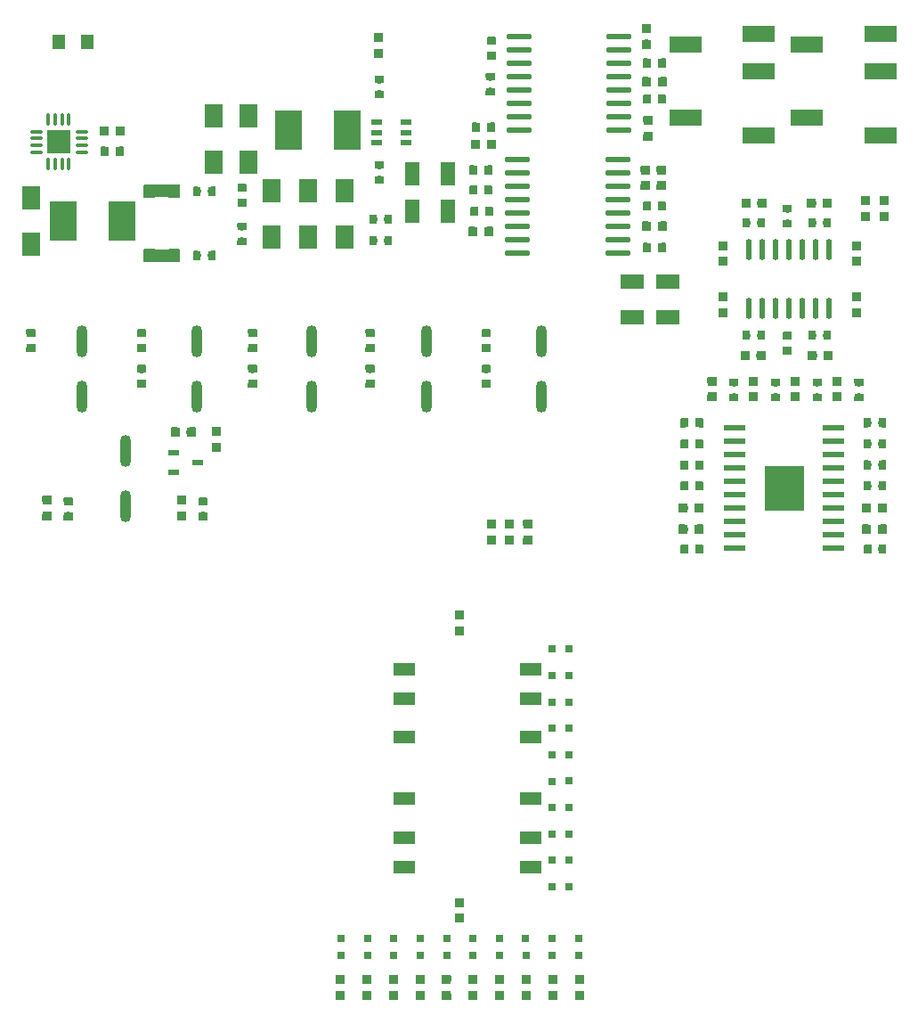
<source format=gtp>
G04*
G04 #@! TF.GenerationSoftware,Altium Limited,Altium Designer,20.2.5 (213)*
G04*
G04 Layer_Color=8421504*
%FSLAX24Y24*%
%MOIN*%
G70*
G04*
G04 #@! TF.SameCoordinates,94A92F66-6131-4E5E-9460-D235825817E1*
G04*
G04*
G04 #@! TF.FilePolarity,Positive*
G04*
G01*
G75*
%ADD19R,0.0340X0.0318*%
%ADD20R,0.0984X0.1496*%
%ADD21R,0.0669X0.0860*%
%ADD22R,0.0315X0.0354*%
%ADD23R,0.0318X0.0340*%
%ADD24R,0.0787X0.0236*%
%ADD25R,0.1500X0.1701*%
%ADD26O,0.0226X0.0802*%
%ADD27R,0.0874X0.0580*%
%ADD28O,0.0400X0.1200*%
%ADD29R,0.0354X0.0315*%
%ADD30R,0.0315X0.0315*%
%ADD31R,0.0421X0.0209*%
%ADD32O,0.0138X0.0500*%
%ADD33O,0.0500X0.0138*%
%ADD34R,0.0866X0.0866*%
%ADD35R,0.0472X0.0551*%
%ADD36R,0.1361X0.0505*%
%ADD37R,0.0394X0.0217*%
%ADD38R,0.0800X0.0500*%
%ADD39R,0.0315X0.0315*%
%ADD40R,0.1200X0.0600*%
%ADD41R,0.0580X0.0874*%
%ADD42O,0.0945X0.0226*%
G36*
X45370Y49227D02*
Y49029D01*
X45254Y48921D01*
X45146D01*
X45030Y49029D01*
Y49227D01*
X45055Y49252D01*
X45345D01*
X45370Y49227D01*
D02*
G37*
G36*
X35328Y48880D02*
Y48682D01*
X35213Y48574D01*
X35104D01*
X34988Y48682D01*
Y48880D01*
X35014Y48905D01*
X35303D01*
X35328Y48880D01*
D02*
G37*
G36*
X39570Y48749D02*
Y48633D01*
X39454Y48474D01*
X39346D01*
X39230Y48633D01*
Y48749D01*
X39255Y48774D01*
X39545D01*
X39570Y48749D01*
D02*
G37*
G36*
X45370Y48565D02*
Y48366D01*
X45345Y48341D01*
X45055D01*
X45030Y48366D01*
Y48565D01*
X45146Y48673D01*
X45254D01*
X45370Y48565D01*
D02*
G37*
G36*
X35328Y48218D02*
Y48020D01*
X35303Y47995D01*
X35014D01*
X34988Y48020D01*
Y48218D01*
X35104Y48326D01*
X35213D01*
X35328Y48218D01*
D02*
G37*
G36*
X39570Y48067D02*
Y47951D01*
X39545Y47926D01*
X39255D01*
X39230Y47951D01*
Y48067D01*
X39346Y48226D01*
X39454D01*
X39570Y48067D01*
D02*
G37*
G36*
X45918Y47945D02*
Y47655D01*
X45893Y47630D01*
X45777D01*
X45618Y47746D01*
Y47854D01*
X45777Y47970D01*
X45893D01*
X45918Y47945D01*
D02*
G37*
G36*
X45370Y47854D02*
Y47746D01*
X45211Y47630D01*
X45095D01*
X45070Y47655D01*
Y47945D01*
X45095Y47970D01*
X45211D01*
X45370Y47854D01*
D02*
G37*
G36*
X39520Y47399D02*
Y47283D01*
X39404Y47124D01*
X39296D01*
X39180Y47283D01*
Y47399D01*
X39205Y47424D01*
X39495D01*
X39520Y47399D01*
D02*
G37*
G36*
X35370Y47299D02*
Y47183D01*
X35254Y47024D01*
X35146D01*
X35030Y47183D01*
Y47299D01*
X35055Y47324D01*
X35345D01*
X35370Y47299D01*
D02*
G37*
G36*
X45955Y47245D02*
Y46955D01*
X45930Y46930D01*
X45732D01*
X45624Y47046D01*
Y47154D01*
X45732Y47270D01*
X45930D01*
X45955Y47245D01*
D02*
G37*
G36*
X45376Y47154D02*
Y47046D01*
X45268Y46930D01*
X45070D01*
X45045Y46955D01*
Y47245D01*
X45070Y47270D01*
X45268D01*
X45376Y47154D01*
D02*
G37*
G36*
X39520Y46717D02*
Y46601D01*
X39495Y46576D01*
X39205D01*
X39180Y46601D01*
Y46717D01*
X39296Y46876D01*
X39404D01*
X39520Y46717D01*
D02*
G37*
G36*
X35370Y46617D02*
Y46501D01*
X35345Y46476D01*
X35055D01*
X35030Y46501D01*
Y46617D01*
X35146Y46776D01*
X35254D01*
X35370Y46617D01*
D02*
G37*
G36*
X45924Y46595D02*
Y46305D01*
X45899Y46280D01*
X45783D01*
X45624Y46396D01*
Y46504D01*
X45783Y46620D01*
X45899D01*
X45924Y46595D01*
D02*
G37*
G36*
X45376Y46504D02*
Y46396D01*
X45217Y46280D01*
X45101D01*
X45076Y46305D01*
Y46595D01*
X45101Y46620D01*
X45217D01*
X45376Y46504D01*
D02*
G37*
G36*
X45420Y45780D02*
Y45582D01*
X45304Y45474D01*
X45196D01*
X45080Y45582D01*
Y45780D01*
X45105Y45805D01*
X45395D01*
X45420Y45780D01*
D02*
G37*
G36*
X39524Y45545D02*
Y45255D01*
X39499Y45230D01*
X39383D01*
X39224Y45346D01*
Y45454D01*
X39383Y45570D01*
X39499D01*
X39524Y45545D01*
D02*
G37*
G36*
X38976Y45454D02*
Y45346D01*
X38817Y45230D01*
X38701D01*
X38676Y45255D01*
Y45545D01*
X38701Y45570D01*
X38817D01*
X38976Y45454D01*
D02*
G37*
G36*
X25655Y45395D02*
Y45105D01*
X25630Y45080D01*
X25432D01*
X25324Y45196D01*
Y45304D01*
X25432Y45420D01*
X25630D01*
X25655Y45395D01*
D02*
G37*
G36*
X25076Y45304D02*
Y45196D01*
X24968Y45080D01*
X24770D01*
X24745Y45105D01*
Y45395D01*
X24770Y45420D01*
X24968D01*
X25076Y45304D01*
D02*
G37*
G36*
X45420Y45118D02*
Y44920D01*
X45395Y44895D01*
X45105D01*
X45080Y44920D01*
Y45118D01*
X45196Y45226D01*
X45304D01*
X45420Y45118D01*
D02*
G37*
G36*
X39555Y44895D02*
Y44605D01*
X39530Y44580D01*
X39332D01*
X39224Y44696D01*
Y44804D01*
X39332Y44920D01*
X39530D01*
X39555Y44895D01*
D02*
G37*
G36*
X38976Y44804D02*
Y44696D01*
X38868Y44580D01*
X38670D01*
X38645Y44605D01*
Y44895D01*
X38670Y44920D01*
X38868D01*
X38976Y44804D01*
D02*
G37*
G36*
X25624Y44645D02*
Y44355D01*
X25599Y44330D01*
X25483D01*
X25324Y44446D01*
Y44554D01*
X25483Y44670D01*
X25599D01*
X25624Y44645D01*
D02*
G37*
G36*
X25076Y44554D02*
Y44446D01*
X24917Y44330D01*
X24801D01*
X24776Y44355D01*
Y44645D01*
X24801Y44670D01*
X24917D01*
X25076Y44554D01*
D02*
G37*
G36*
X35368Y44099D02*
Y43983D01*
X35252Y43824D01*
X35143D01*
X35028Y43983D01*
Y44099D01*
X35053Y44124D01*
X35343D01*
X35368Y44099D01*
D02*
G37*
G36*
X39424Y43945D02*
Y43655D01*
X39399Y43630D01*
X39283D01*
X39124Y43746D01*
Y43854D01*
X39283Y43970D01*
X39399D01*
X39424Y43945D01*
D02*
G37*
G36*
X38876Y43854D02*
Y43746D01*
X38717Y43630D01*
X38601D01*
X38576Y43655D01*
Y43945D01*
X38601Y43970D01*
X38717D01*
X38876Y43854D01*
D02*
G37*
G36*
X45920Y43930D02*
Y43732D01*
X45804Y43624D01*
X45696D01*
X45580Y43732D01*
Y43930D01*
X45605Y43955D01*
X45895D01*
X45920Y43930D01*
D02*
G37*
G36*
X45320D02*
Y43732D01*
X45204Y43624D01*
X45096D01*
X44980Y43732D01*
Y43930D01*
X45005Y43955D01*
X45295D01*
X45320Y43930D01*
D02*
G37*
G36*
X35368Y43417D02*
Y43301D01*
X35343Y43276D01*
X35053D01*
X35028Y43301D01*
Y43417D01*
X35143Y43576D01*
X35252D01*
X35368Y43417D01*
D02*
G37*
G36*
X45920Y43268D02*
Y43070D01*
X45895Y43045D01*
X45605D01*
X45580Y43070D01*
Y43268D01*
X45696Y43376D01*
X45804D01*
X45920Y43268D01*
D02*
G37*
G36*
X45320D02*
Y43070D01*
X45295Y43045D01*
X45005D01*
X44980Y43070D01*
Y43268D01*
X45096Y43376D01*
X45204D01*
X45320Y43268D01*
D02*
G37*
G36*
X30222Y43249D02*
Y43133D01*
X30107Y42974D01*
X29998D01*
X29882Y43133D01*
Y43249D01*
X29907Y43274D01*
X30197D01*
X30222Y43249D01*
D02*
G37*
G36*
X39424Y43195D02*
Y42905D01*
X39399Y42880D01*
X39283D01*
X39124Y42996D01*
Y43104D01*
X39283Y43220D01*
X39399D01*
X39424Y43195D01*
D02*
G37*
G36*
X38876Y43104D02*
Y42996D01*
X38717Y42880D01*
X38601D01*
X38576Y42905D01*
Y43195D01*
X38601Y43220D01*
X38717D01*
X38876Y43104D01*
D02*
G37*
G36*
X29074Y43145D02*
Y42855D01*
X29049Y42830D01*
X28933D01*
X28774Y42946D01*
Y43054D01*
X28933Y43170D01*
X29049D01*
X29074Y43145D01*
D02*
G37*
G36*
X28526Y43054D02*
Y42946D01*
X28367Y42830D01*
X28251D01*
X28226Y42855D01*
Y43145D01*
X28251Y43170D01*
X28367D01*
X28526Y43054D01*
D02*
G37*
G36*
X27730Y43220D02*
Y42794D01*
X27691Y42755D01*
X27321D01*
X27281Y42794D01*
Y42887D01*
X27242Y42926D01*
X26858D01*
X26819Y42887D01*
Y42794D01*
X26779Y42755D01*
X26409D01*
X26370Y42794D01*
Y43220D01*
X26409Y43260D01*
X27691D01*
X27730Y43220D01*
D02*
G37*
G36*
X54270Y42780D02*
Y42582D01*
X54154Y42474D01*
X54046D01*
X53930Y42582D01*
Y42780D01*
X53955Y42805D01*
X54245D01*
X54270Y42780D01*
D02*
G37*
G36*
X53570D02*
Y42582D01*
X53454Y42474D01*
X53346D01*
X53230Y42582D01*
Y42780D01*
X53255Y42805D01*
X53545D01*
X53570Y42780D01*
D02*
G37*
G36*
X30222Y42567D02*
Y42451D01*
X30197Y42426D01*
X29907D01*
X29882Y42451D01*
Y42567D01*
X29998Y42726D01*
X30107D01*
X30222Y42567D01*
D02*
G37*
G36*
X52128Y42706D02*
Y42417D01*
X52102Y42392D01*
X51904D01*
X51796Y42507D01*
Y42616D01*
X51904Y42732D01*
X52102D01*
X52128Y42706D01*
D02*
G37*
G36*
X51548Y42616D02*
Y42507D01*
X51440Y42392D01*
X51242D01*
X51217Y42417D01*
Y42706D01*
X51242Y42732D01*
X51440D01*
X51548Y42616D01*
D02*
G37*
G36*
X49678Y42706D02*
Y42417D01*
X49652Y42392D01*
X49454D01*
X49346Y42507D01*
Y42616D01*
X49454Y42732D01*
X49652D01*
X49678Y42706D01*
D02*
G37*
G36*
X49098Y42616D02*
Y42507D01*
X48990Y42392D01*
X48792D01*
X48767Y42417D01*
Y42706D01*
X48792Y42732D01*
X48990D01*
X49098Y42616D01*
D02*
G37*
G36*
X45924Y42595D02*
Y42305D01*
X45899Y42280D01*
X45783D01*
X45624Y42396D01*
Y42504D01*
X45783Y42620D01*
X45899D01*
X45924Y42595D01*
D02*
G37*
G36*
X45376Y42504D02*
Y42396D01*
X45217Y42280D01*
X45101D01*
X45076Y42305D01*
Y42595D01*
X45101Y42620D01*
X45217D01*
X45376Y42504D01*
D02*
G37*
G36*
X50642Y42461D02*
Y42344D01*
X50527Y42186D01*
X50418D01*
X50302Y42344D01*
Y42461D01*
X50327Y42486D01*
X50617D01*
X50642Y42461D01*
D02*
G37*
G36*
X39449Y42395D02*
Y42105D01*
X39424Y42080D01*
X39307D01*
X39148Y42196D01*
Y42304D01*
X39307Y42420D01*
X39424D01*
X39449Y42395D01*
D02*
G37*
G36*
X38900Y42304D02*
Y42196D01*
X38742Y42080D01*
X38625D01*
X38600Y42105D01*
Y42395D01*
X38625Y42420D01*
X38742D01*
X38900Y42304D01*
D02*
G37*
G36*
X54270Y42118D02*
Y41920D01*
X54245Y41895D01*
X53955D01*
X53930Y41920D01*
Y42118D01*
X54046Y42226D01*
X54154D01*
X54270Y42118D01*
D02*
G37*
G36*
X53570D02*
Y41920D01*
X53545Y41895D01*
X53255D01*
X53230Y41920D01*
Y42118D01*
X53346Y42226D01*
X53454D01*
X53570Y42118D01*
D02*
G37*
G36*
X35674Y42095D02*
Y41805D01*
X35649Y41780D01*
X35533D01*
X35374Y41896D01*
Y42004D01*
X35533Y42120D01*
X35649D01*
X35674Y42095D01*
D02*
G37*
G36*
X35126Y42004D02*
Y41896D01*
X34967Y41780D01*
X34851D01*
X34826Y41805D01*
Y42095D01*
X34851Y42120D01*
X34967D01*
X35126Y42004D01*
D02*
G37*
G36*
X52106Y41965D02*
Y41676D01*
X52081Y41650D01*
X51964D01*
X51806Y41766D01*
Y41875D01*
X51964Y41991D01*
X52081D01*
X52106Y41965D01*
D02*
G37*
G36*
X51558Y41875D02*
Y41766D01*
X51399Y41650D01*
X51283D01*
X51257Y41676D01*
Y41965D01*
X51283Y41991D01*
X51399D01*
X51558Y41875D01*
D02*
G37*
G36*
X49641Y41963D02*
Y41673D01*
X49616Y41648D01*
X49499D01*
X49340Y41764D01*
Y41873D01*
X49499Y41988D01*
X49616D01*
X49641Y41963D01*
D02*
G37*
G36*
X49092Y41873D02*
Y41764D01*
X48934Y41648D01*
X48817D01*
X48792Y41673D01*
Y41963D01*
X48817Y41988D01*
X48934D01*
X49092Y41873D01*
D02*
G37*
G36*
X50642Y41779D02*
Y41662D01*
X50617Y41637D01*
X50327D01*
X50302Y41662D01*
Y41779D01*
X50418Y41938D01*
X50527D01*
X50642Y41779D01*
D02*
G37*
G36*
X45955Y41845D02*
Y41555D01*
X45930Y41530D01*
X45732D01*
X45624Y41646D01*
Y41754D01*
X45732Y41870D01*
X45930D01*
X45955Y41845D01*
D02*
G37*
G36*
X45376Y41754D02*
Y41646D01*
X45268Y41530D01*
X45070D01*
X45045Y41555D01*
Y41845D01*
X45070Y41870D01*
X45268D01*
X45376Y41754D01*
D02*
G37*
G36*
X30220Y41799D02*
Y41683D01*
X30104Y41524D01*
X29996D01*
X29880Y41683D01*
Y41799D01*
X29905Y41824D01*
X30195D01*
X30220Y41799D01*
D02*
G37*
G36*
X39455Y41645D02*
Y41355D01*
X39430Y41330D01*
X39232D01*
X39124Y41446D01*
Y41554D01*
X39232Y41670D01*
X39430D01*
X39455Y41645D01*
D02*
G37*
G36*
X38876Y41554D02*
Y41446D01*
X38768Y41330D01*
X38570D01*
X38545Y41355D01*
Y41645D01*
X38570Y41670D01*
X38768D01*
X38876Y41554D01*
D02*
G37*
G36*
X35674Y41295D02*
Y41005D01*
X35649Y40980D01*
X35533D01*
X35374Y41096D01*
Y41204D01*
X35533Y41320D01*
X35649D01*
X35674Y41295D01*
D02*
G37*
G36*
X35126Y41204D02*
Y41096D01*
X34967Y40980D01*
X34851D01*
X34826Y41005D01*
Y41295D01*
X34851Y41320D01*
X34967D01*
X35126Y41204D01*
D02*
G37*
G36*
X30220Y41117D02*
Y41001D01*
X30195Y40976D01*
X29905D01*
X29880Y41001D01*
Y41117D01*
X29996Y41276D01*
X30104D01*
X30220Y41117D01*
D02*
G37*
G36*
X53242Y41098D02*
Y40900D01*
X53127Y40792D01*
X53018D01*
X52902Y40900D01*
Y41098D01*
X52927Y41123D01*
X53217D01*
X53242Y41098D01*
D02*
G37*
G36*
X48242D02*
Y40900D01*
X48127Y40792D01*
X48018D01*
X47902Y40900D01*
Y41098D01*
X47927Y41123D01*
X48217D01*
X48242Y41098D01*
D02*
G37*
G36*
X45924Y41045D02*
Y40755D01*
X45899Y40730D01*
X45783D01*
X45624Y40846D01*
Y40954D01*
X45783Y41070D01*
X45899D01*
X45924Y41045D01*
D02*
G37*
G36*
X45376Y40954D02*
Y40846D01*
X45217Y40730D01*
X45101D01*
X45076Y40755D01*
Y41045D01*
X45101Y41070D01*
X45217D01*
X45376Y40954D01*
D02*
G37*
G36*
X27730Y40806D02*
Y40380D01*
X27691Y40340D01*
X26409D01*
X26370Y40380D01*
Y40806D01*
X26409Y40845D01*
X26779D01*
X26819Y40806D01*
Y40713D01*
X26858Y40674D01*
X27242D01*
X27281Y40713D01*
Y40806D01*
X27321Y40845D01*
X27691D01*
X27730Y40806D01*
D02*
G37*
G36*
X29074Y40745D02*
Y40455D01*
X29049Y40430D01*
X28933D01*
X28774Y40546D01*
Y40654D01*
X28933Y40770D01*
X29049D01*
X29074Y40745D01*
D02*
G37*
G36*
X28526Y40654D02*
Y40546D01*
X28367Y40430D01*
X28251D01*
X28226Y40455D01*
Y40745D01*
X28251Y40770D01*
X28367D01*
X28526Y40654D01*
D02*
G37*
G36*
X53242Y40436D02*
Y40237D01*
X53217Y40212D01*
X52927D01*
X52902Y40237D01*
Y40436D01*
X53018Y40544D01*
X53127D01*
X53242Y40436D01*
D02*
G37*
G36*
X48242D02*
Y40237D01*
X48217Y40212D01*
X47927D01*
X47902Y40237D01*
Y40436D01*
X48018Y40544D01*
X48127D01*
X48242Y40436D01*
D02*
G37*
G36*
X53242Y39186D02*
Y38988D01*
X53127Y38880D01*
X53018D01*
X52902Y38988D01*
Y39186D01*
X52927Y39211D01*
X53217D01*
X53242Y39186D01*
D02*
G37*
G36*
X48242D02*
Y38988D01*
X48127Y38880D01*
X48018D01*
X47902Y38988D01*
Y39186D01*
X47927Y39211D01*
X48217D01*
X48242Y39186D01*
D02*
G37*
G36*
X53242Y38524D02*
Y38325D01*
X53217Y38300D01*
X52927D01*
X52902Y38325D01*
Y38524D01*
X53018Y38632D01*
X53127D01*
X53242Y38524D01*
D02*
G37*
G36*
X48242D02*
Y38325D01*
X48217Y38300D01*
X47927D01*
X47902Y38325D01*
Y38524D01*
X48018Y38632D01*
X48127D01*
X48242Y38524D01*
D02*
G37*
G36*
X39370Y37822D02*
Y37705D01*
X39254Y37547D01*
X39146D01*
X39030Y37705D01*
Y37822D01*
X39055Y37847D01*
X39345D01*
X39370Y37822D01*
D02*
G37*
G36*
X35020D02*
Y37705D01*
X34904Y37547D01*
X34796D01*
X34680Y37705D01*
Y37822D01*
X34705Y37847D01*
X34995D01*
X35020Y37822D01*
D02*
G37*
G36*
X30620D02*
Y37705D01*
X30504Y37547D01*
X30396D01*
X30280Y37705D01*
Y37822D01*
X30305Y37847D01*
X30595D01*
X30620Y37822D01*
D02*
G37*
G36*
X26470D02*
Y37705D01*
X26354Y37547D01*
X26246D01*
X26130Y37705D01*
Y37822D01*
X26155Y37847D01*
X26445D01*
X26470Y37822D01*
D02*
G37*
G36*
X22320Y37816D02*
Y37699D01*
X22204Y37541D01*
X22096D01*
X21980Y37699D01*
Y37816D01*
X22005Y37841D01*
X22295D01*
X22320Y37816D01*
D02*
G37*
G36*
X49635Y37756D02*
Y37467D01*
X49609Y37442D01*
X49493D01*
X49334Y37557D01*
Y37666D01*
X49493Y37782D01*
X49609D01*
X49635Y37756D01*
D02*
G37*
G36*
X49086Y37666D02*
Y37557D01*
X48928Y37442D01*
X48811D01*
X48786Y37467D01*
Y37756D01*
X48811Y37782D01*
X48928D01*
X49086Y37666D01*
D02*
G37*
G36*
X52112Y37754D02*
Y37465D01*
X52087Y37439D01*
X51970D01*
X51812Y37555D01*
Y37664D01*
X51970Y37780D01*
X52087D01*
X52112Y37754D01*
D02*
G37*
G36*
X51564Y37664D02*
Y37555D01*
X51405Y37439D01*
X51289D01*
X51263Y37465D01*
Y37754D01*
X51289Y37780D01*
X51405D01*
X51564Y37664D01*
D02*
G37*
G36*
X50642Y37711D02*
Y37594D01*
X50527Y37436D01*
X50418D01*
X50302Y37594D01*
Y37711D01*
X50327Y37736D01*
X50617D01*
X50642Y37711D01*
D02*
G37*
G36*
X39370Y37140D02*
Y37024D01*
X39345Y36998D01*
X39055D01*
X39030Y37024D01*
Y37140D01*
X39146Y37299D01*
X39254D01*
X39370Y37140D01*
D02*
G37*
G36*
X35020D02*
Y37024D01*
X34995Y36998D01*
X34705D01*
X34680Y37024D01*
Y37140D01*
X34796Y37299D01*
X34904D01*
X35020Y37140D01*
D02*
G37*
G36*
X30620D02*
Y37024D01*
X30595Y36998D01*
X30305D01*
X30280Y37024D01*
Y37140D01*
X30396Y37299D01*
X30504D01*
X30620Y37140D01*
D02*
G37*
G36*
X26470D02*
Y37024D01*
X26445Y36998D01*
X26155D01*
X26130Y37024D01*
Y37140D01*
X26246Y37299D01*
X26354D01*
X26470Y37140D01*
D02*
G37*
G36*
X22320Y37134D02*
Y37018D01*
X22295Y36992D01*
X22005D01*
X21980Y37018D01*
Y37134D01*
X22096Y37293D01*
X22204D01*
X22320Y37134D01*
D02*
G37*
G36*
X50642Y37029D02*
Y36912D01*
X50617Y36887D01*
X50327D01*
X50302Y36912D01*
Y37029D01*
X50418Y37188D01*
X50527D01*
X50642Y37029D01*
D02*
G37*
G36*
X52165Y37006D02*
Y36717D01*
X52140Y36692D01*
X51942D01*
X51834Y36807D01*
Y36916D01*
X51942Y37032D01*
X52140D01*
X52165Y37006D01*
D02*
G37*
G36*
X51586Y36916D02*
Y36807D01*
X51478Y36692D01*
X51280D01*
X51254Y36717D01*
Y37006D01*
X51280Y37032D01*
X51478D01*
X51586Y36916D01*
D02*
G37*
G36*
X49644Y37006D02*
Y36717D01*
X49618Y36692D01*
X49420D01*
X49312Y36807D01*
Y36916D01*
X49420Y37032D01*
X49618D01*
X49644Y37006D01*
D02*
G37*
G36*
X49064Y36916D02*
Y36807D01*
X48956Y36692D01*
X48758D01*
X48733Y36717D01*
Y37006D01*
X48758Y37032D01*
X48956D01*
X49064Y36916D01*
D02*
G37*
G36*
X39368Y36476D02*
Y36360D01*
X39252Y36201D01*
X39143D01*
X39028Y36360D01*
Y36476D01*
X39053Y36502D01*
X39343D01*
X39368Y36476D01*
D02*
G37*
G36*
X35018D02*
Y36360D01*
X34902Y36201D01*
X34793D01*
X34678Y36360D01*
Y36476D01*
X34703Y36502D01*
X34993D01*
X35018Y36476D01*
D02*
G37*
G36*
X30618D02*
Y36360D01*
X30502Y36201D01*
X30393D01*
X30278Y36360D01*
Y36476D01*
X30303Y36502D01*
X30593D01*
X30618Y36476D01*
D02*
G37*
G36*
X26468D02*
Y36360D01*
X26352Y36201D01*
X26243D01*
X26128Y36360D01*
Y36476D01*
X26153Y36502D01*
X26443D01*
X26468Y36476D01*
D02*
G37*
G36*
X52501Y36034D02*
Y35836D01*
X52385Y35728D01*
X52276D01*
X52160Y35836D01*
Y36034D01*
X52186Y36059D01*
X52475D01*
X52501Y36034D01*
D02*
G37*
G36*
X50940D02*
Y35836D01*
X50825Y35728D01*
X50716D01*
X50600Y35836D01*
Y36034D01*
X50625Y36059D01*
X50915D01*
X50940Y36034D01*
D02*
G37*
G36*
X49380D02*
Y35836D01*
X49265Y35728D01*
X49156D01*
X49040Y35836D01*
Y36034D01*
X49065Y36059D01*
X49355D01*
X49380Y36034D01*
D02*
G37*
G36*
X47820D02*
Y35836D01*
X47704Y35728D01*
X47596D01*
X47480Y35836D01*
Y36034D01*
X47505Y36059D01*
X47795D01*
X47820Y36034D01*
D02*
G37*
G36*
X53320Y35975D02*
Y35858D01*
X53204Y35700D01*
X53096D01*
X52980Y35858D01*
Y35975D01*
X53005Y36000D01*
X53295D01*
X53320Y35975D01*
D02*
G37*
G36*
X51760D02*
Y35858D01*
X51644Y35700D01*
X51535D01*
X51420Y35858D01*
Y35975D01*
X51445Y36000D01*
X51735D01*
X51760Y35975D01*
D02*
G37*
G36*
X50200D02*
Y35858D01*
X50084Y35700D01*
X49975D01*
X49860Y35858D01*
Y35975D01*
X49885Y36000D01*
X50175D01*
X50200Y35975D01*
D02*
G37*
G36*
X48640D02*
Y35858D01*
X48524Y35700D01*
X48415D01*
X48299Y35858D01*
Y35975D01*
X48325Y36000D01*
X48614D01*
X48640Y35975D01*
D02*
G37*
G36*
X39368Y35795D02*
Y35678D01*
X39343Y35653D01*
X39053D01*
X39028Y35678D01*
Y35795D01*
X39143Y35953D01*
X39252D01*
X39368Y35795D01*
D02*
G37*
G36*
X35018D02*
Y35678D01*
X34993Y35653D01*
X34703D01*
X34678Y35678D01*
Y35795D01*
X34793Y35953D01*
X34902D01*
X35018Y35795D01*
D02*
G37*
G36*
X30618D02*
Y35678D01*
X30593Y35653D01*
X30303D01*
X30278Y35678D01*
Y35795D01*
X30393Y35953D01*
X30502D01*
X30618Y35795D01*
D02*
G37*
G36*
X26468D02*
Y35678D01*
X26443Y35653D01*
X26153D01*
X26128Y35678D01*
Y35795D01*
X26243Y35953D01*
X26352D01*
X26468Y35795D01*
D02*
G37*
G36*
X53320Y35293D02*
Y35176D01*
X53295Y35151D01*
X53005D01*
X52980Y35176D01*
Y35293D01*
X53096Y35452D01*
X53204D01*
X53320Y35293D01*
D02*
G37*
G36*
X51760D02*
Y35176D01*
X51735Y35151D01*
X51445D01*
X51420Y35176D01*
Y35293D01*
X51535Y35452D01*
X51644D01*
X51760Y35293D01*
D02*
G37*
G36*
X50200D02*
Y35176D01*
X50175Y35151D01*
X49885D01*
X49860Y35176D01*
Y35293D01*
X49975Y35452D01*
X50084D01*
X50200Y35293D01*
D02*
G37*
G36*
X48640D02*
Y35176D01*
X48614Y35151D01*
X48325D01*
X48299Y35176D01*
Y35293D01*
X48415Y35452D01*
X48524D01*
X48640Y35293D01*
D02*
G37*
G36*
X52501Y35372D02*
Y35173D01*
X52475Y35148D01*
X52186D01*
X52160Y35173D01*
Y35372D01*
X52276Y35480D01*
X52385D01*
X52501Y35372D01*
D02*
G37*
G36*
X50940D02*
Y35173D01*
X50915Y35148D01*
X50625D01*
X50600Y35173D01*
Y35372D01*
X50716Y35480D01*
X50825D01*
X50940Y35372D01*
D02*
G37*
G36*
X49380D02*
Y35173D01*
X49355Y35148D01*
X49065D01*
X49040Y35173D01*
Y35372D01*
X49156Y35480D01*
X49265D01*
X49380Y35372D01*
D02*
G37*
G36*
X47820D02*
Y35173D01*
X47795Y35148D01*
X47505D01*
X47480Y35173D01*
Y35372D01*
X47596Y35480D01*
X47704D01*
X47820Y35372D01*
D02*
G37*
G36*
X54174Y34482D02*
Y34192D01*
X54149Y34167D01*
X54033D01*
X53874Y34283D01*
Y34391D01*
X54033Y34507D01*
X54149D01*
X54174Y34482D01*
D02*
G37*
G36*
X53626Y34391D02*
Y34283D01*
X53467Y34167D01*
X53351D01*
X53326Y34192D01*
Y34482D01*
X53351Y34507D01*
X53467D01*
X53626Y34391D01*
D02*
G37*
G36*
X47324Y34480D02*
Y34190D01*
X47299Y34165D01*
X47183D01*
X47024Y34280D01*
Y34389D01*
X47183Y34505D01*
X47299D01*
X47324Y34480D01*
D02*
G37*
G36*
X46776Y34389D02*
Y34280D01*
X46617Y34165D01*
X46501D01*
X46476Y34190D01*
Y34480D01*
X46501Y34505D01*
X46617D01*
X46776Y34389D01*
D02*
G37*
G36*
X29270Y34145D02*
Y33947D01*
X29154Y33839D01*
X29046D01*
X28930Y33947D01*
Y34145D01*
X28955Y34170D01*
X29245D01*
X29270Y34145D01*
D02*
G37*
G36*
X28309D02*
Y33855D01*
X28284Y33830D01*
X28085D01*
X27977Y33946D01*
Y34054D01*
X28085Y34170D01*
X28284D01*
X28309Y34145D01*
D02*
G37*
G36*
X27729Y34054D02*
Y33946D01*
X27621Y33830D01*
X27423D01*
X27398Y33855D01*
Y34145D01*
X27423Y34170D01*
X27621D01*
X27729Y34054D01*
D02*
G37*
G36*
X54174Y33696D02*
Y33406D01*
X54149Y33381D01*
X54033D01*
X53874Y33497D01*
Y33606D01*
X54033Y33721D01*
X54149D01*
X54174Y33696D01*
D02*
G37*
G36*
X53626Y33606D02*
Y33497D01*
X53467Y33381D01*
X53351D01*
X53326Y33406D01*
Y33696D01*
X53351Y33721D01*
X53467D01*
X53626Y33606D01*
D02*
G37*
G36*
X47324Y33694D02*
Y33404D01*
X47299Y33379D01*
X47183D01*
X47024Y33495D01*
Y33604D01*
X47183Y33719D01*
X47299D01*
X47324Y33694D01*
D02*
G37*
G36*
X46776Y33604D02*
Y33495D01*
X46617Y33379D01*
X46501D01*
X46476Y33404D01*
Y33694D01*
X46501Y33719D01*
X46617D01*
X46776Y33604D01*
D02*
G37*
G36*
X29270Y33483D02*
Y33285D01*
X29245Y33259D01*
X28955D01*
X28930Y33285D01*
Y33483D01*
X29046Y33591D01*
X29154D01*
X29270Y33483D01*
D02*
G37*
G36*
X54174Y32910D02*
Y32621D01*
X54149Y32595D01*
X54033D01*
X53874Y32711D01*
Y32820D01*
X54033Y32936D01*
X54149D01*
X54174Y32910D01*
D02*
G37*
G36*
X53626Y32820D02*
Y32711D01*
X53467Y32595D01*
X53351D01*
X53326Y32621D01*
Y32910D01*
X53351Y32936D01*
X53467D01*
X53626Y32820D01*
D02*
G37*
G36*
X47324Y32908D02*
Y32618D01*
X47299Y32593D01*
X47183D01*
X47024Y32709D01*
Y32818D01*
X47183Y32933D01*
X47299D01*
X47324Y32908D01*
D02*
G37*
G36*
X46776Y32818D02*
Y32709D01*
X46617Y32593D01*
X46501D01*
X46476Y32618D01*
Y32908D01*
X46501Y32933D01*
X46617D01*
X46776Y32818D01*
D02*
G37*
G36*
X54174Y32125D02*
Y31835D01*
X54149Y31810D01*
X54033D01*
X53874Y31925D01*
Y32034D01*
X54033Y32150D01*
X54149D01*
X54174Y32125D01*
D02*
G37*
G36*
X53626Y32034D02*
Y31925D01*
X53467Y31810D01*
X53351D01*
X53326Y31835D01*
Y32125D01*
X53351Y32150D01*
X53467D01*
X53626Y32034D01*
D02*
G37*
G36*
X47324Y32123D02*
Y31833D01*
X47299Y31808D01*
X47183D01*
X47024Y31923D01*
Y32032D01*
X47183Y32148D01*
X47299D01*
X47324Y32123D01*
D02*
G37*
G36*
X46776Y32032D02*
Y31923D01*
X46617Y31808D01*
X46501D01*
X46476Y31833D01*
Y32123D01*
X46501Y32148D01*
X46617D01*
X46776Y32032D01*
D02*
G37*
G36*
X27970Y31584D02*
Y31386D01*
X27854Y31278D01*
X27746D01*
X27630Y31386D01*
Y31584D01*
X27655Y31609D01*
X27945D01*
X27970Y31584D01*
D02*
G37*
G36*
X22920D02*
Y31386D01*
X22804Y31278D01*
X22696D01*
X22580Y31386D01*
Y31584D01*
X22605Y31609D01*
X22895D01*
X22920Y31584D01*
D02*
G37*
G36*
X28770Y31525D02*
Y31408D01*
X28654Y31250D01*
X28546D01*
X28430Y31408D01*
Y31525D01*
X28455Y31550D01*
X28745D01*
X28770Y31525D01*
D02*
G37*
G36*
X23720D02*
Y31408D01*
X23604Y31250D01*
X23496D01*
X23380Y31408D01*
Y31525D01*
X23405Y31550D01*
X23695D01*
X23720Y31525D01*
D02*
G37*
G36*
X54183Y31297D02*
Y31008D01*
X54158Y30982D01*
X53960D01*
X53852Y31098D01*
Y31207D01*
X53960Y31323D01*
X54158D01*
X54183Y31297D01*
D02*
G37*
G36*
X53604Y31207D02*
Y31098D01*
X53496Y30982D01*
X53298D01*
X53273Y31008D01*
Y31297D01*
X53298Y31323D01*
X53496D01*
X53604Y31207D01*
D02*
G37*
G36*
X47327Y31297D02*
Y31008D01*
X47302Y30982D01*
X47104D01*
X46996Y31098D01*
Y31207D01*
X47104Y31323D01*
X47302D01*
X47327Y31297D01*
D02*
G37*
G36*
X46748Y31207D02*
Y31098D01*
X46640Y30982D01*
X46442D01*
X46417Y31008D01*
Y31297D01*
X46442Y31323D01*
X46640D01*
X46748Y31207D01*
D02*
G37*
G36*
X28770Y30843D02*
Y30726D01*
X28745Y30701D01*
X28455D01*
X28430Y30726D01*
Y30843D01*
X28546Y31002D01*
X28654D01*
X28770Y30843D01*
D02*
G37*
G36*
X23720D02*
Y30726D01*
X23695Y30701D01*
X23405D01*
X23380Y30726D01*
Y30843D01*
X23496Y31002D01*
X23604D01*
X23720Y30843D01*
D02*
G37*
G36*
X27970Y30922D02*
Y30723D01*
X27945Y30698D01*
X27655D01*
X27630Y30723D01*
Y30922D01*
X27746Y31030D01*
X27854D01*
X27970Y30922D01*
D02*
G37*
G36*
X22920D02*
Y30723D01*
X22895Y30698D01*
X22605D01*
X22580Y30723D01*
Y30922D01*
X22696Y31030D01*
X22804D01*
X22920Y30922D01*
D02*
G37*
G36*
X40920Y30680D02*
Y30482D01*
X40804Y30374D01*
X40696D01*
X40580Y30482D01*
Y30680D01*
X40605Y30705D01*
X40895D01*
X40920Y30680D01*
D02*
G37*
G36*
X40245D02*
Y30482D01*
X40129Y30374D01*
X40021D01*
X39905Y30482D01*
Y30680D01*
X39930Y30705D01*
X40220D01*
X40245Y30680D01*
D02*
G37*
G36*
X39570D02*
Y30482D01*
X39454Y30374D01*
X39346D01*
X39230Y30482D01*
Y30680D01*
X39255Y30705D01*
X39545D01*
X39570Y30680D01*
D02*
G37*
G36*
X54183Y30512D02*
Y30222D01*
X54158Y30197D01*
X53960D01*
X53852Y30312D01*
Y30421D01*
X53960Y30537D01*
X54158D01*
X54183Y30512D01*
D02*
G37*
G36*
X53604Y30421D02*
Y30312D01*
X53496Y30197D01*
X53298D01*
X53273Y30222D01*
Y30512D01*
X53298Y30537D01*
X53496D01*
X53604Y30421D01*
D02*
G37*
G36*
X47327Y30512D02*
Y30222D01*
X47302Y30197D01*
X47104D01*
X46996Y30312D01*
Y30421D01*
X47104Y30537D01*
X47302D01*
X47327Y30512D01*
D02*
G37*
G36*
X46748Y30421D02*
Y30312D01*
X46640Y30197D01*
X46442D01*
X46417Y30222D01*
Y30512D01*
X46442Y30537D01*
X46640D01*
X46748Y30421D01*
D02*
G37*
G36*
X40920Y30018D02*
Y29820D01*
X40895Y29795D01*
X40605D01*
X40580Y29820D01*
Y30018D01*
X40696Y30126D01*
X40804D01*
X40920Y30018D01*
D02*
G37*
G36*
X40245D02*
Y29820D01*
X40220Y29795D01*
X39930D01*
X39905Y29820D01*
Y30018D01*
X40021Y30126D01*
X40129D01*
X40245Y30018D01*
D02*
G37*
G36*
X39570D02*
Y29820D01*
X39545Y29795D01*
X39255D01*
X39230Y29820D01*
Y30018D01*
X39346Y30126D01*
X39454D01*
X39570Y30018D01*
D02*
G37*
G36*
X54180Y29765D02*
Y29476D01*
X54155Y29450D01*
X54039D01*
X53880Y29566D01*
Y29675D01*
X54039Y29791D01*
X54155D01*
X54180Y29765D01*
D02*
G37*
G36*
X53632Y29675D02*
Y29566D01*
X53473Y29450D01*
X53357D01*
X53332Y29476D01*
Y29765D01*
X53357Y29791D01*
X53473D01*
X53632Y29675D01*
D02*
G37*
G36*
X47324Y29765D02*
Y29476D01*
X47299Y29450D01*
X47183D01*
X47024Y29566D01*
Y29675D01*
X47183Y29791D01*
X47299D01*
X47324Y29765D01*
D02*
G37*
G36*
X46776Y29675D02*
Y29566D01*
X46617Y29450D01*
X46501D01*
X46476Y29476D01*
Y29765D01*
X46501Y29791D01*
X46617D01*
X46776Y29675D01*
D02*
G37*
G36*
X38370Y27280D02*
Y27082D01*
X38254Y26974D01*
X38146D01*
X38030Y27082D01*
Y27280D01*
X38055Y27305D01*
X38345D01*
X38370Y27280D01*
D02*
G37*
G36*
Y26618D02*
Y26420D01*
X38345Y26395D01*
X38055D01*
X38030Y26420D01*
Y26618D01*
X38146Y26726D01*
X38254D01*
X38370Y26618D01*
D02*
G37*
G36*
Y16530D02*
Y16332D01*
X38254Y16224D01*
X38146D01*
X38030Y16332D01*
Y16530D01*
X38055Y16555D01*
X38345D01*
X38370Y16530D01*
D02*
G37*
G36*
Y15868D02*
Y15670D01*
X38345Y15645D01*
X38055D01*
X38030Y15670D01*
Y15868D01*
X38146Y15976D01*
X38254D01*
X38370Y15868D01*
D02*
G37*
G36*
X42860Y13650D02*
Y13452D01*
X42744Y13344D01*
X42635D01*
X42520Y13452D01*
Y13650D01*
X42545Y13675D01*
X42835D01*
X42860Y13650D01*
D02*
G37*
G36*
X41864D02*
Y13452D01*
X41749Y13344D01*
X41640D01*
X41524Y13452D01*
Y13650D01*
X41550Y13675D01*
X41839D01*
X41864Y13650D01*
D02*
G37*
G36*
X40869D02*
Y13452D01*
X40753Y13344D01*
X40644D01*
X40529Y13452D01*
Y13650D01*
X40554Y13675D01*
X40844D01*
X40869Y13650D01*
D02*
G37*
G36*
X39873D02*
Y13452D01*
X39758Y13344D01*
X39649D01*
X39533Y13452D01*
Y13650D01*
X39558Y13675D01*
X39848D01*
X39873Y13650D01*
D02*
G37*
G36*
X38878D02*
Y13452D01*
X38762Y13344D01*
X38653D01*
X38538Y13452D01*
Y13650D01*
X38563Y13675D01*
X38853D01*
X38878Y13650D01*
D02*
G37*
G36*
X37882D02*
Y13452D01*
X37767Y13344D01*
X37658D01*
X37542Y13452D01*
Y13650D01*
X37567Y13675D01*
X37857D01*
X37882Y13650D01*
D02*
G37*
G36*
X36887D02*
Y13452D01*
X36771Y13344D01*
X36662D01*
X36547Y13452D01*
Y13650D01*
X36572Y13675D01*
X36862D01*
X36887Y13650D01*
D02*
G37*
G36*
X35891D02*
Y13452D01*
X35776Y13344D01*
X35667D01*
X35551Y13452D01*
Y13650D01*
X35576Y13675D01*
X35866D01*
X35891Y13650D01*
D02*
G37*
G36*
X34896D02*
Y13452D01*
X34780Y13344D01*
X34671D01*
X34556Y13452D01*
Y13650D01*
X34581Y13675D01*
X34871D01*
X34896Y13650D01*
D02*
G37*
G36*
X33900D02*
Y13452D01*
X33785Y13344D01*
X33676D01*
X33560Y13452D01*
Y13650D01*
X33585Y13675D01*
X33875D01*
X33900Y13650D01*
D02*
G37*
G36*
X42860Y12988D02*
Y12790D01*
X42835Y12765D01*
X42545D01*
X42520Y12790D01*
Y12988D01*
X42635Y13096D01*
X42744D01*
X42860Y12988D01*
D02*
G37*
G36*
X41864D02*
Y12790D01*
X41839Y12765D01*
X41550D01*
X41524Y12790D01*
Y12988D01*
X41640Y13096D01*
X41749D01*
X41864Y12988D01*
D02*
G37*
G36*
X40869D02*
Y12790D01*
X40844Y12765D01*
X40554D01*
X40529Y12790D01*
Y12988D01*
X40644Y13096D01*
X40753D01*
X40869Y12988D01*
D02*
G37*
G36*
X39873D02*
Y12790D01*
X39848Y12765D01*
X39558D01*
X39533Y12790D01*
Y12988D01*
X39649Y13096D01*
X39758D01*
X39873Y12988D01*
D02*
G37*
G36*
X38878D02*
Y12790D01*
X38853Y12765D01*
X38563D01*
X38538Y12790D01*
Y12988D01*
X38653Y13096D01*
X38762D01*
X38878Y12988D01*
D02*
G37*
G36*
X37882D02*
Y12790D01*
X37857Y12765D01*
X37567D01*
X37542Y12790D01*
Y12988D01*
X37658Y13096D01*
X37767D01*
X37882Y12988D01*
D02*
G37*
G36*
X36887D02*
Y12790D01*
X36862Y12765D01*
X36572D01*
X36547Y12790D01*
Y12988D01*
X36662Y13096D01*
X36771D01*
X36887Y12988D01*
D02*
G37*
G36*
X35891D02*
Y12790D01*
X35866Y12765D01*
X35576D01*
X35551Y12790D01*
Y12988D01*
X35667Y13096D01*
X35776D01*
X35891Y12988D01*
D02*
G37*
G36*
X34896D02*
Y12790D01*
X34871Y12765D01*
X34581D01*
X34556Y12790D01*
Y12988D01*
X34671Y13096D01*
X34780D01*
X34896Y12988D01*
D02*
G37*
G36*
X33900D02*
Y12790D01*
X33875Y12765D01*
X33585D01*
X33560Y12790D01*
Y12988D01*
X33676Y13096D01*
X33785D01*
X33900Y12988D01*
D02*
G37*
D19*
X38200Y15803D02*
D03*
Y16397D02*
D03*
Y26553D02*
D03*
Y27147D02*
D03*
X40075Y29953D02*
D03*
Y30547D02*
D03*
X39400Y29953D02*
D03*
Y30547D02*
D03*
X42690Y12923D02*
D03*
Y13517D02*
D03*
X39703Y12923D02*
D03*
Y13517D02*
D03*
X38708Y12923D02*
D03*
Y13517D02*
D03*
X41694Y12923D02*
D03*
Y13517D02*
D03*
X40699Y12923D02*
D03*
Y13517D02*
D03*
X34726Y12923D02*
D03*
Y13517D02*
D03*
X33730Y12923D02*
D03*
Y13517D02*
D03*
X35721Y12923D02*
D03*
Y13517D02*
D03*
X37712Y12923D02*
D03*
Y13517D02*
D03*
X36717Y12923D02*
D03*
Y13517D02*
D03*
X29100Y34011D02*
D03*
Y33418D02*
D03*
X27800Y30857D02*
D03*
Y31450D02*
D03*
X22750Y30857D02*
D03*
Y31450D02*
D03*
X40750Y29953D02*
D03*
Y30547D02*
D03*
X35158Y48153D02*
D03*
Y48747D02*
D03*
X48072Y40371D02*
D03*
Y40964D02*
D03*
Y38459D02*
D03*
Y39052D02*
D03*
X53072Y40964D02*
D03*
Y40371D02*
D03*
Y39052D02*
D03*
Y38459D02*
D03*
X45150Y43203D02*
D03*
Y43797D02*
D03*
X45750Y43203D02*
D03*
Y43797D02*
D03*
X54100Y42647D02*
D03*
Y42053D02*
D03*
X53400D02*
D03*
Y42647D02*
D03*
X52330Y35307D02*
D03*
Y35900D02*
D03*
X50770Y35307D02*
D03*
Y35900D02*
D03*
X47650Y35307D02*
D03*
Y35900D02*
D03*
X49210Y35307D02*
D03*
Y35900D02*
D03*
X45250Y45053D02*
D03*
Y45647D02*
D03*
X45200Y48500D02*
D03*
Y49093D02*
D03*
D20*
X25552Y41900D02*
D03*
X23348D02*
D03*
X31798Y45300D02*
D03*
X34002D02*
D03*
D21*
X29000Y44084D02*
D03*
Y45816D02*
D03*
X30300Y44084D02*
D03*
Y45816D02*
D03*
X22150Y41034D02*
D03*
Y42766D02*
D03*
X31150Y43016D02*
D03*
Y41284D02*
D03*
X33900D02*
D03*
Y43016D02*
D03*
X32521D02*
D03*
Y41284D02*
D03*
D22*
X54032Y29620D02*
D03*
X53481D02*
D03*
X53474Y31980D02*
D03*
X54026D02*
D03*
X53474Y32766D02*
D03*
X54026D02*
D03*
X53474Y33551D02*
D03*
X54026D02*
D03*
X53474Y34337D02*
D03*
X54026D02*
D03*
X24924Y44500D02*
D03*
X25476D02*
D03*
X28374Y40600D02*
D03*
X28926D02*
D03*
X28374Y43000D02*
D03*
X28926D02*
D03*
X34974Y41950D02*
D03*
X35526D02*
D03*
X34974Y41150D02*
D03*
X35526D02*
D03*
X48941Y41818D02*
D03*
X49492D02*
D03*
X49486Y37612D02*
D03*
X48935D02*
D03*
X51957Y41820D02*
D03*
X51406D02*
D03*
X51412Y37609D02*
D03*
X51963D02*
D03*
X39300Y42250D02*
D03*
X38749D02*
D03*
X45224Y40900D02*
D03*
X45776D02*
D03*
X46624Y32763D02*
D03*
X47176D02*
D03*
X46624Y31978D02*
D03*
X47176D02*
D03*
X46624Y33549D02*
D03*
X47176D02*
D03*
X46624Y34335D02*
D03*
X47176D02*
D03*
X39276Y43050D02*
D03*
X38724D02*
D03*
X45776Y42450D02*
D03*
X45224D02*
D03*
X38724Y43800D02*
D03*
X39276D02*
D03*
X46624Y29620D02*
D03*
X47176D02*
D03*
X39376Y45400D02*
D03*
X38824D02*
D03*
X45224Y46450D02*
D03*
X45776D02*
D03*
X45769Y47800D02*
D03*
X45218D02*
D03*
D23*
X54025Y31152D02*
D03*
X53432D02*
D03*
X54025Y30367D02*
D03*
X53432D02*
D03*
X48926Y42562D02*
D03*
X49519D02*
D03*
X51969D02*
D03*
X51376D02*
D03*
X27557Y34000D02*
D03*
X28150D02*
D03*
X25497Y45250D02*
D03*
X24903D02*
D03*
X48892Y36862D02*
D03*
X49485D02*
D03*
X52006D02*
D03*
X51413D02*
D03*
X45797Y41700D02*
D03*
X45203D02*
D03*
X39297Y41500D02*
D03*
X38703D02*
D03*
X47169Y31152D02*
D03*
X46575D02*
D03*
X47169Y30367D02*
D03*
X46575D02*
D03*
X39397Y44750D02*
D03*
X38803D02*
D03*
X45797Y47100D02*
D03*
X45203D02*
D03*
D24*
X48500Y34150D02*
D03*
Y33650D02*
D03*
Y33150D02*
D03*
Y32650D02*
D03*
Y32150D02*
D03*
Y31650D02*
D03*
Y31150D02*
D03*
Y30650D02*
D03*
Y30150D02*
D03*
Y29650D02*
D03*
X52200Y29650D02*
D03*
Y30150D02*
D03*
Y30650D02*
D03*
Y31150D02*
D03*
Y31650D02*
D03*
Y32150D02*
D03*
Y32650D02*
D03*
Y33150D02*
D03*
Y33650D02*
D03*
Y34150D02*
D03*
D25*
X50350Y31900D02*
D03*
D26*
X49022Y38621D02*
D03*
X49522D02*
D03*
X50022D02*
D03*
X50522D02*
D03*
X51022D02*
D03*
X51522D02*
D03*
X52022D02*
D03*
X49022Y40802D02*
D03*
X49522D02*
D03*
X50022D02*
D03*
X50522D02*
D03*
X51022D02*
D03*
X51522D02*
D03*
X52022D02*
D03*
D27*
X44650Y38280D02*
D03*
Y39620D02*
D03*
X46000D02*
D03*
Y38280D02*
D03*
D28*
X28350Y35320D02*
D03*
Y37380D02*
D03*
X25700Y33280D02*
D03*
Y31220D02*
D03*
X24050Y37380D02*
D03*
Y35320D02*
D03*
X36950Y37380D02*
D03*
Y35320D02*
D03*
X32650D02*
D03*
Y37380D02*
D03*
X41250Y35320D02*
D03*
Y37380D02*
D03*
D29*
X26300Y37698D02*
D03*
Y37147D02*
D03*
X26298Y35802D02*
D03*
Y36353D02*
D03*
X28600Y31401D02*
D03*
Y30850D02*
D03*
X22150Y37692D02*
D03*
Y37141D02*
D03*
X23550Y31401D02*
D03*
Y30850D02*
D03*
X34848Y36353D02*
D03*
Y35802D02*
D03*
X34850Y37147D02*
D03*
Y37698D02*
D03*
X35200Y46624D02*
D03*
Y47176D02*
D03*
X35198Y43976D02*
D03*
Y43424D02*
D03*
X30050Y41676D02*
D03*
Y41124D02*
D03*
X30052Y42574D02*
D03*
Y43126D02*
D03*
X30450Y37147D02*
D03*
Y37698D02*
D03*
X30448Y36353D02*
D03*
Y35802D02*
D03*
X39198Y36353D02*
D03*
Y35802D02*
D03*
X39200Y37147D02*
D03*
Y37698D02*
D03*
X50472Y42337D02*
D03*
Y41786D02*
D03*
Y37036D02*
D03*
Y37587D02*
D03*
X39350Y47276D02*
D03*
Y46724D02*
D03*
X48470Y35851D02*
D03*
Y35300D02*
D03*
X53150Y35851D02*
D03*
Y35300D02*
D03*
X50030Y35851D02*
D03*
Y35300D02*
D03*
X51590Y35851D02*
D03*
Y35300D02*
D03*
X39400Y48626D02*
D03*
Y48074D02*
D03*
D30*
X41675Y25871D02*
D03*
X42305Y25874D02*
D03*
X41675Y24884D02*
D03*
X42305Y24886D02*
D03*
X41675Y23896D02*
D03*
X42305Y23899D02*
D03*
X41675Y22908D02*
D03*
X42305Y22911D02*
D03*
X41675Y21920D02*
D03*
X42305Y21923D02*
D03*
X41675Y20933D02*
D03*
X42305Y20935D02*
D03*
X41675Y19945D02*
D03*
X42305Y19948D02*
D03*
X41675Y18957D02*
D03*
X42305Y18960D02*
D03*
X41675Y17970D02*
D03*
X42305Y17972D02*
D03*
X41675Y16982D02*
D03*
X42305Y16985D02*
D03*
D31*
X28397Y32850D02*
D03*
X27503Y32476D02*
D03*
Y33224D02*
D03*
D32*
X23066Y44002D02*
D03*
X22810D02*
D03*
X23578D02*
D03*
X23322D02*
D03*
X23066Y45698D02*
D03*
X22810D02*
D03*
X23578D02*
D03*
X23322D02*
D03*
D33*
X22352Y45230D02*
D03*
Y44974D02*
D03*
Y44718D02*
D03*
Y44462D02*
D03*
X24048Y44460D02*
D03*
Y44716D02*
D03*
Y44972D02*
D03*
Y45228D02*
D03*
D34*
X23200Y44850D02*
D03*
D35*
X23201Y48600D02*
D03*
X24264D02*
D03*
D36*
X27050Y40593D02*
D03*
Y43007D02*
D03*
D37*
X35099Y45574D02*
D03*
Y45200D02*
D03*
Y44826D02*
D03*
X36201D02*
D03*
Y45200D02*
D03*
Y45574D02*
D03*
D38*
X40870Y24030D02*
D03*
Y22570D02*
D03*
Y25130D02*
D03*
X36130Y24030D02*
D03*
Y22570D02*
D03*
Y25130D02*
D03*
Y18820D02*
D03*
Y20280D02*
D03*
Y17720D02*
D03*
X40870Y18820D02*
D03*
Y20280D02*
D03*
Y17720D02*
D03*
D39*
X33769Y14425D02*
D03*
X33766Y15054D02*
D03*
X34756Y14425D02*
D03*
X34754Y15054D02*
D03*
X35744Y14425D02*
D03*
X35741Y15054D02*
D03*
X36732Y14425D02*
D03*
X36729Y15054D02*
D03*
X37720Y14425D02*
D03*
X37717Y15054D02*
D03*
X38707Y14425D02*
D03*
X38705Y15054D02*
D03*
X39695Y14425D02*
D03*
X39692Y15054D02*
D03*
X40683Y14425D02*
D03*
X40680Y15054D02*
D03*
X41670Y14425D02*
D03*
X41668Y15054D02*
D03*
X42658Y14425D02*
D03*
X42655Y15054D02*
D03*
D40*
X46650Y45750D02*
D03*
X49400Y45080D02*
D03*
Y47480D02*
D03*
X46650Y48500D02*
D03*
X49400Y48900D02*
D03*
X51200Y45750D02*
D03*
X53950Y45080D02*
D03*
Y47480D02*
D03*
X51200Y48500D02*
D03*
X53950Y48900D02*
D03*
D41*
X37770Y42250D02*
D03*
X36430D02*
D03*
Y43650D02*
D03*
X37770D02*
D03*
D42*
X40380Y44200D02*
D03*
Y43700D02*
D03*
Y43200D02*
D03*
Y42700D02*
D03*
Y42200D02*
D03*
Y41700D02*
D03*
Y41200D02*
D03*
Y40700D02*
D03*
X44120Y44200D02*
D03*
Y43700D02*
D03*
Y43200D02*
D03*
Y42700D02*
D03*
Y42200D02*
D03*
Y41700D02*
D03*
Y41200D02*
D03*
Y40700D02*
D03*
X40430Y48800D02*
D03*
Y48300D02*
D03*
Y47800D02*
D03*
Y47300D02*
D03*
Y46800D02*
D03*
Y46300D02*
D03*
Y45800D02*
D03*
Y45300D02*
D03*
X44170Y48800D02*
D03*
Y48300D02*
D03*
Y47800D02*
D03*
Y47300D02*
D03*
Y46800D02*
D03*
Y46300D02*
D03*
Y45800D02*
D03*
Y45300D02*
D03*
M02*

</source>
